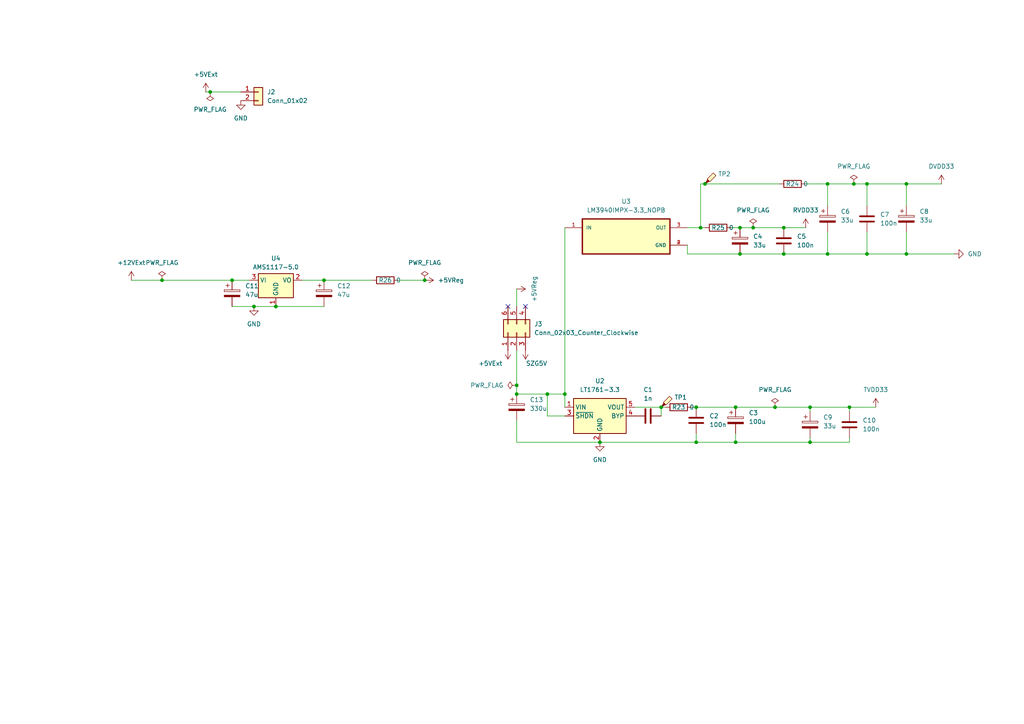
<source format=kicad_sch>
(kicad_sch (version 20231120) (generator "eeschema") (generator_version "8.0")
  (paper "A4")
  (lib_symbols
    (symbol "Connector:TestPoint_Probe" (pin_numbers hide) (pin_names (offset 0.762) hide)
      (property "Reference" "TP" (at 1.651 5.842 0))
      (property "Value" "TestPoint_Probe" (at 1.651 4.064 0))
      (symbol "TestPoint_Probe_0_1"
        (polyline (pts (xy 1.27 0.762) (xy 0 0) (xy 0.762 1.27) (xy 1.27 0.762)) (fill (type outline)))
        (polyline (pts (xy 1.397 0.635) (xy 0.635 1.397) (xy 2.413 3.175) (xy 3.175 2.413) (xy 1.397 0.635)) (fill (type background)))
      )
      (symbol "TestPoint_Probe_1_1"
        (pin passive line (at 0 0 90) (length 0) (name "1") (number "1"))
      )
    )
    (symbol "Connector_Generic:Conn_01x02" (pin_names (offset 1.016) hide)
      (property "Reference" "J" (at 0 2.54 0))
      (property "Value" "Conn_01x02" (at 0 -5.08 0))
      (symbol "Conn_01x02_1_1"
        (rectangle (start -1.27 -2.413) (end 0 -2.667) (stroke (width 0.1524)))
        (rectangle (start -1.27 0.127) (end 0 -0.127) (stroke (width 0.1524)))
        (rectangle (start -1.27 1.27) (end 1.27 -3.81) (stroke (width 0.254)) (fill (type background)))
        (pin passive line (at -5.08 0 0) (length 3.81) (name "Pin_1") (number "1"))
        (pin passive line (at -5.08 -2.54 0) (length 3.81) (name "Pin_2") (number "2"))
      )
    )
    (symbol "Connector_Generic:Conn_02x03_Counter_Clockwise" (pin_names (offset 1.016) hide)
      (property "Reference" "J" (at 1.27 5.08 0))
      (property "Value" "Conn_02x03_Counter_Clockwise" (at 1.27 -5.08 0))
      (symbol "Conn_02x03_Counter_Clockwise_1_1"
        (rectangle (start -1.27 -2.413) (end 0 -2.667) (stroke (width 0.1524)))
        (rectangle (start -1.27 0.127) (end 0 -0.127) (stroke (width 0.1524)))
        (rectangle (start -1.27 2.667) (end 0 2.413) (stroke (width 0.1524)))
        (rectangle (start -1.27 3.81) (end 3.81 -3.81) (stroke (width 0.254)) (fill (type background)))
        (rectangle (start 3.81 -2.413) (end 2.54 -2.667) (stroke (width 0.1524)))
        (rectangle (start 3.81 0.127) (end 2.54 -0.127) (stroke (width 0.1524)))
        (rectangle (start 3.81 2.667) (end 2.54 2.413) (stroke (width 0.1524)))
        (pin passive line (at -5.08 2.54 0) (length 3.81) (name "Pin_1") (number "1"))
        (pin passive line (at -5.08 0 0) (length 3.81) (name "Pin_2") (number "2"))
        (pin passive line (at -5.08 -2.54 0) (length 3.81) (name "Pin_3") (number "3"))
        (pin passive line (at 7.62 -2.54 180) (length 3.81) (name "Pin_4") (number "4"))
        (pin passive line (at 7.62 0 180) (length 3.81) (name "Pin_5") (number "5"))
        (pin passive line (at 7.62 2.54 180) (length 3.81) (name "Pin_6") (number "6"))
      )
    )
    (symbol "Device:C" (pin_numbers hide) (pin_names (offset 0.254))
      (property "Reference" "C" (at 0.635 2.54 0))
      (property "Value" "C" (at 0.635 -2.54 0))
      (symbol "C_0_1"
        (polyline (pts (xy -2.032 -0.762) (xy 2.032 -0.762)) (stroke (width 0.508)))
        (polyline (pts (xy -2.032 0.762) (xy 2.032 0.762)) (stroke (width 0.508)))
      )
      (symbol "C_1_1"
        (pin passive line (at 0 3.81 270) (length 2.794) (name "~") (number "1"))
        (pin passive line (at 0 -3.81 90) (length 2.794) (name "~") (number "2"))
      )
    )
    (symbol "Device:C_Polarized" (pin_numbers hide) (pin_names (offset 0.254))
      (property "Reference" "C" (at 0.635 2.54 0))
      (property "Value" "C_Polarized" (at 0.635 -2.54 0))
      (symbol "C_Polarized_0_1"
        (rectangle (start -2.286 0.508) (end 2.286 1.016))
        (polyline (pts (xy -1.778 2.286) (xy -0.762 2.286)))
        (polyline (pts (xy -1.27 2.794) (xy -1.27 1.778)))
        (rectangle (start 2.286 -0.508) (end -2.286 -1.016) (fill (type outline)))
      )
      (symbol "C_Polarized_1_1"
        (pin passive line (at 0 3.81 270) (length 2.794) (name "~") (number "1"))
        (pin passive line (at 0 -3.81 90) (length 2.794) (name "~") (number "2"))
      )
    )
    (symbol "Device:R" (pin_numbers hide) (pin_names (offset 0))
      (property "Reference" "R" (at 2.032 0 90))
      (property "Value" "R" (at 0 0 90))
      (symbol "R_0_1"
        (rectangle (start -1.016 -2.54) (end 1.016 2.54) (stroke (width 0.254)))
      )
      (symbol "R_1_1"
        (pin passive line (at 0 3.81 270) (length 1.27) (name "~") (number "1"))
        (pin passive line (at 0 -3.81 90) (length 1.27) (name "~") (number "2"))
      )
    )
    (symbol "LM3940IMPX-3.3_NOPB:LM3940IMPX-3.3_NOPB" (pin_names (offset 1.016))
      (property "Reference" "U3" (at 0 10.16 0))
      (property "Value" "LM3940IMPX-3.3_NOPB" (at 0 7.62 0))
      (symbol "LM3940IMPX-3.3_NOPB_0_0"
        (rectangle (start -12.7 -5.08) (end 12.7 5.08) (stroke (width 0.41)) (fill (type background)))
        (pin input line (at -17.78 2.54 0) (length 5.08) (name "IN") (number "1"))
        (pin power_in line (at 17.78 -2.54 180) (length 5.08) (name "GND") (number "2"))
        (pin power_out line (at 17.78 2.54 180) (length 5.08) (name "OUT") (number "3"))
        (pin power_in line (at 17.78 -2.54 180) (length 5.08) (name "GND") (number "4"))
      )
    )
    (symbol "Regulator_Linear:AMS1117-5.0"
      (property "Reference" "U" (at -3.81 3.175 0))
      (property "Value" "AMS1117-5.0" (at 0 3.175 0))
      (symbol "AMS1117-5.0_0_1"
        (rectangle (start -5.08 -5.08) (end 5.08 1.905) (stroke (width 0.254)) (fill (type background)))
      )
      (symbol "AMS1117-5.0_1_1"
        (pin power_in line (at 0 -7.62 90) (length 2.54) (name "GND") (number "1"))
        (pin power_out line (at 7.62 0 180) (length 2.54) (name "VO") (number "2"))
        (pin power_in line (at -7.62 0 0) (length 2.54) (name "VI") (number "3"))
      )
    )
    (symbol "Regulator_Linear:LT1761-3.3"
      (property "Reference" "U" (at -6.35 6.35 0))
      (property "Value" "LT1761-3.3" (at 0 6.35 0))
      (symbol "LT1761-3.3_0_1"
        (rectangle (start -7.62 5.08) (end 7.62 -5.08) (stroke (width 0.254)) (fill (type background)))
      )
      (symbol "LT1761-3.3_1_1"
        (pin power_in line (at -10.16 2.54 0) (length 2.54) (name "VIN") (number "1"))
        (pin power_in line (at 0 -7.62 90) (length 2.54) (name "GND") (number "2"))
        (pin input line (at -10.16 0 0) (length 2.54) (name "~{SHDN}") (number "3"))
        (pin passive line (at 10.16 0 180) (length 2.54) (name "BYP") (number "4"))
        (pin power_out line (at 10.16 2.54 180) (length 2.54) (name "VOUT") (number "5"))
      )
    )
    (symbol "power:+12V" (power) (pin_numbers hide) (pin_names (offset 0) hide)
      (property "Value" "+12V" (at 0 3.556 0))
      (symbol "+12V_0_1"
        (polyline (pts (xy -0.762 1.27) (xy 0 2.54)))
        (polyline (pts (xy 0 0) (xy 0 2.54)))
        (polyline (pts (xy 0 2.54) (xy 0.762 1.27)))
      )
      (symbol "+12V_1_1"
        (pin power_in line (at 0 0 90) (length 0) (name "~") (number "1"))
      )
    )
    (symbol "power:+5V" (power) (pin_numbers hide) (pin_names (offset 0) hide)
      (property "Value" "+5V" (at 0 3.556 0))
      (symbol "+5V_0_1"
        (polyline (pts (xy -0.762 1.27) (xy 0 2.54)))
        (polyline (pts (xy 0 0) (xy 0 2.54)))
        (polyline (pts (xy 0 2.54) (xy 0.762 1.27)))
      )
      (symbol "+5V_1_1"
        (pin power_in line (at 0 0 90) (length 0) (name "~") (number "1"))
      )
    )
    (symbol "power:GND" (power) (pin_numbers hide) (pin_names (offset 0) hide)
      (property "Value" "GND" (at 0 -3.81 0))
      (symbol "GND_0_1"
        (polyline (pts (xy 0 0) (xy 0 -1.27) (xy 1.27 -1.27) (xy 0 -2.54) (xy -1.27 -1.27) (xy 0 -1.27)))
      )
      (symbol "GND_1_1"
        (pin power_in line (at 0 0 270) (length 0) (name "~") (number "1"))
      )
    )
    (symbol "power:PWR_FLAG" (power) (pin_numbers hide) (pin_names (offset 0) hide)
      (property "Value" "PWR_FLAG" (at 0 3.81 0))
      (symbol "PWR_FLAG_0_0"
        (pin power_out line (at 0 0 90) (length 0) (name "~") (number "1"))
      )
      (symbol "PWR_FLAG_0_1"
        (polyline (pts (xy 0 0) (xy 0 1.27) (xy -1.016 1.905) (xy 0 2.54) (xy 1.016 1.905) (xy 0 1.27)))
      )
    )
    (symbol "power:VDD" (power) (pin_numbers hide) (pin_names (offset 0) hide)
      (property "Value" "VDD" (at 0 3.556 0))
      (symbol "VDD_0_1"
        (polyline (pts (xy -0.762 1.27) (xy 0 2.54)))
        (polyline (pts (xy 0 0) (xy 0 2.54)))
        (polyline (pts (xy 0 2.54) (xy 0.762 1.27)))
      )
      (symbol "VDD_1_1"
        (pin power_in line (at 0 0 90) (length 0) (name "~") (number "1"))
      )
    )
  )
  (junction (at 67.31 81.28))
  (junction (at 251.46 53.34))
  (junction (at 240.03 53.34))
  (junction (at 80.01 88.9))
  (junction (at 149.86 114.3))
  (junction (at 163.83 114.3))
  (junction (at 262.89 73.66))
  (junction (at 240.03 73.66))
  (junction (at 158.75 114.3))
  (junction (at 247.65 53.34))
  (junction (at 60.96 26.67))
  (junction (at 234.95 118.11))
  (junction (at 93.98 81.28))
  (junction (at 201.93 118.11))
  (junction (at 173.99 128.27))
  (junction (at 203.2 66.04))
  (junction (at 224.79 118.11))
  (junction (at 227.33 73.66))
  (junction (at 149.86 111.76))
  (junction (at 191.77 118.11))
  (junction (at 204.47 53.34))
  (junction (at 262.89 53.34))
  (junction (at 234.95 128.27))
  (junction (at 213.36 118.11))
  (junction (at 214.63 73.66))
  (junction (at 251.46 73.66))
  (junction (at 213.36 128.27))
  (junction (at 214.63 66.04))
  (junction (at 227.33 66.04))
  (junction (at 123.19 81.28))
  (junction (at 201.93 128.27))
  (junction (at 246.38 118.11))
  (junction (at 46.99 81.28))
  (junction (at 218.44 66.04))
  (junction (at 73.66 88.9))
  (no_connect (at 147.32 88.9))
  (no_connect (at 152.4 88.9))
  (wire (pts (xy 203.2 66.04) (xy 204.47 66.04)))
  (wire (pts (xy 247.65 53.34) (xy 251.46 53.34)))
  (wire (pts (xy 227.33 73.66) (xy 240.03 73.66)))
  (wire (pts (xy 163.83 118.11) (xy 163.83 114.3)))
  (wire (pts (xy 262.89 53.34) (xy 262.89 59.69)))
  (wire (pts (xy 158.75 120.65) (xy 158.75 114.3)))
  (wire (pts (xy 234.95 118.11) (xy 234.95 119.38)))
  (wire (pts (xy 200.66 118.11) (xy 201.93 118.11)))
  (wire (pts (xy 203.2 66.04) (xy 199.39 66.04)))
  (wire (pts (xy 173.99 128.27) (xy 201.93 128.27)))
  (wire (pts (xy 240.03 67.31) (xy 240.03 73.66)))
  (wire (pts (xy 262.89 53.34) (xy 273.05 53.34)))
  (wire (pts (xy 240.03 53.34) (xy 247.65 53.34)))
  (wire (pts (xy 87.63 81.28) (xy 93.98 81.28)))
  (wire (pts (xy 204.47 53.34) (xy 203.2 53.34)))
  (wire (pts (xy 38.1 81.28) (xy 46.99 81.28)))
  (wire (pts (xy 67.31 88.9) (xy 73.66 88.9)))
  (wire (pts (xy 240.03 53.34) (xy 240.03 59.69)))
  (wire (pts (xy 234.95 118.11) (xy 224.79 118.11)))
  (wire (pts (xy 234.95 118.11) (xy 246.38 118.11)))
  (wire (pts (xy 149.86 111.76) (xy 149.86 114.3)))
  (wire (pts (xy 60.96 26.67) (xy 69.85 26.67)))
  (wire (pts (xy 201.93 118.11) (xy 213.36 118.11)))
  (wire (pts (xy 214.63 73.66) (xy 227.33 73.66)))
  (wire (pts (xy 149.86 83.82) (xy 149.86 88.9)))
  (wire (pts (xy 251.46 73.66) (xy 262.89 73.66)))
  (wire (pts (xy 254 118.11) (xy 246.38 118.11)))
  (wire (pts (xy 246.38 118.11) (xy 246.38 119.38)))
  (wire (pts (xy 199.39 73.66) (xy 199.39 71.12)))
  (wire (pts (xy 163.83 66.04) (xy 163.83 114.3)))
  (wire (pts (xy 213.36 128.27) (xy 201.93 128.27)))
  (wire (pts (xy 149.86 121.92) (xy 149.86 128.27)))
  (wire (pts (xy 46.99 81.28) (xy 67.31 81.28)))
  (wire (pts (xy 234.95 128.27) (xy 246.38 128.27)))
  (wire (pts (xy 213.36 128.27) (xy 234.95 128.27)))
  (wire (pts (xy 73.66 88.9) (xy 80.01 88.9)))
  (wire (pts (xy 262.89 53.34) (xy 251.46 53.34)))
  (wire (pts (xy 240.03 53.34) (xy 233.68 53.34)))
  (wire (pts (xy 163.83 120.65) (xy 158.75 120.65)))
  (wire (pts (xy 251.46 53.34) (xy 251.46 59.69)))
  (wire (pts (xy 227.33 66.04) (xy 233.68 66.04)))
  (wire (pts (xy 158.75 114.3) (xy 163.83 114.3)))
  (wire (pts (xy 199.39 73.66) (xy 214.63 73.66)))
  (wire (pts (xy 214.63 66.04) (xy 218.44 66.04)))
  (wire (pts (xy 93.98 81.28) (xy 107.95 81.28)))
  (wire (pts (xy 246.38 128.27) (xy 246.38 127)))
  (wire (pts (xy 224.79 118.11) (xy 213.36 118.11)))
  (wire (pts (xy 251.46 67.31) (xy 251.46 73.66)))
  (wire (pts (xy 59.69 26.67) (xy 60.96 26.67)))
  (wire (pts (xy 191.77 118.11) (xy 193.04 118.11)))
  (wire (pts (xy 240.03 73.66) (xy 251.46 73.66)))
  (wire (pts (xy 234.95 128.27) (xy 234.95 127)))
  (wire (pts (xy 115.57 81.28) (xy 123.19 81.28)))
  (wire (pts (xy 149.86 101.6) (xy 149.86 111.76)))
  (wire (pts (xy 201.93 125.73) (xy 201.93 128.27)))
  (wire (pts (xy 218.44 66.04) (xy 227.33 66.04)))
  (wire (pts (xy 191.77 118.11) (xy 191.77 120.65)))
  (wire (pts (xy 149.86 114.3) (xy 158.75 114.3)))
  (wire (pts (xy 203.2 53.34) (xy 203.2 66.04)))
  (wire (pts (xy 262.89 73.66) (xy 276.86 73.66)))
  (wire (pts (xy 80.01 88.9) (xy 93.98 88.9)))
  (wire (pts (xy 149.86 128.27) (xy 173.99 128.27)))
  (wire (pts (xy 213.36 125.73) (xy 213.36 128.27)))
  (wire (pts (xy 67.31 81.28) (xy 72.39 81.28)))
  (wire (pts (xy 262.89 67.31) (xy 262.89 73.66)))
  (wire (pts (xy 226.06 53.34) (xy 204.47 53.34)))
  (wire (pts (xy 184.15 118.11) (xy 191.77 118.11)))
  (wire (pts (xy 212.09 66.04) (xy 214.63 66.04)))
  (symbol (lib_id "Device:R") (at 196.85 118.11 90) (unit 1)
    (property "Reference" "R23" (at 196.85 118.11 90))
    (property "Value" "0" (at 200.66 118.11 90))
    (property "Footprint" "Resistor_SMD:R_0603_1608Metric_Pad0.98x0.95mm_HandSolder" (effects (hide yes)))
    (property "Description" "Resistor" (effects (hide yes)))
  )
  (symbol (lib_id "Device:C_Polarized") (at 262.89 63.5 0) (unit 1)
    (property "Reference" "C8" (at 266.7 61.3409 0) (effects (justify left)))
    (property "Value" "33u" (at 266.7 63.8809 0) (effects (justify left)))
    (property "Footprint" "Capacitor_Tantalum_SMD:CP_EIA-2012-15_AVX-P_Pad1.30x1.05mm_HandSolder" (effects (hide yes)))
    (property "Description" "Polarized capacitor (tantal)" (effects (hide yes)))
  )
  (symbol (lib_id "power:PWR_FLAG") (at 218.44 66.04 0) (unit 1)
    (property "Reference" "#FLG011" (effects (hide yes)))
    (property "Value" "PWR_FLAG" (at 218.44 60.96 0))
    (property "Description" "Special symbol for telling ERC where power comes from" (effects (hide yes)))
  )
  (symbol (lib_id "Regulator_Linear:LT1761-3.3") (at 173.99 120.65 0) (unit 1)
    (property "Reference" "U2" (at 173.99 110.49 0))
    (property "Value" "LT1761-3.3" (at 173.99 113.03 0))
    (property "Footprint" "Package_TO_SOT_SMD:TSOT-23-5" (effects (hide yes)))
    (property "Datasheet" "https://www.analog.com/media/en/technical-documentation/data-sheets/1761sff.pdf" (effects (hide yes)))
    (property "Description" "MICROPOWER Low Noise 3.3V 100mA LDO regulator, TSOT-23-5" (effects (hide yes)))
  )
  (symbol (lib_id "Device:R") (at 208.28 66.04 90) (unit 1)
    (property "Reference" "R25" (at 208.28 66.04 90))
    (property "Value" "0" (at 212.09 66.04 90))
    (property "Footprint" "Resistor_SMD:R_0603_1608Metric_Pad0.98x0.95mm_HandSolder" (effects (hide yes)))
    (property "Description" "Resistor" (effects (hide yes)))
  )
  (symbol (lib_id "power:+5V") (at 152.4 101.6 180) (unit 1)
    (property "Reference" "#PWR096" (effects (hide yes)))
    (property "Value" "SZG5V" (at 158.75 105.41 0) (effects (justify left)))
  )
  (symbol (lib_id "Device:C_Polarized") (at 213.36 121.92 0) (unit 1)
    (property "Reference" "C3" (at 217.17 119.7609 0) (effects (justify left)))
    (property "Value" "100u" (at 217.17 122.3009 0) (effects (justify left)))
    (property "Footprint" "Capacitor_Tantalum_SMD:CP_EIA-2012-15_AVX-P_Pad1.30x1.05mm_HandSolder" (effects (hide yes)))
    (property "Datasheet" "https://datasheets.kyocera-avx.com/F95.pdf" (effects (hide yes)))
    (property "Description" "Polarized capacitor (tantal)" (effects (hide yes)))
  )
  (symbol (lib_id "power:VDD") (at 233.68 66.04 0) (unit 1)
    (property "Reference" "#PWR018" (effects (hide yes)))
    (property "Value" "RVDD33" (at 233.68 60.96 0))
    (property "Description" "Power symbol creates a global label with name \"VDD\"" (effects (hide yes)))
  )
  (symbol (lib_id "power:+12V") (at 38.1 81.28 0) (unit 1)
    (property "Reference" "#PWR021" (effects (hide yes)))
    (property "Value" "+12VExt" (at 38.1 76.2 0))
    (property "Description" "Power symbol creates a global label with name \"+12V\"" (effects (hide yes)))
  )
  (symbol (lib_id "power:GND") (at 69.85 29.21 0) (unit 1)
    (property "Reference" "#PWR013" (effects (hide yes)))
    (property "Value" "GND" (at 69.85 34.29 0))
    (property "Description" "Power symbol creates a global label with name \"GND\" , ground" (effects (hide yes)))
  )
  (symbol (lib_id "Device:C_Polarized") (at 240.03 63.5 0) (unit 1)
    (property "Reference" "C6" (at 243.84 61.3409 0) (effects (justify left)))
    (property "Value" "33u" (at 243.84 63.8809 0) (effects (justify left)))
    (property "Footprint" "Capacitor_Tantalum_SMD:CP_EIA-2012-15_AVX-P_Pad1.30x1.05mm_HandSolder" (effects (hide yes)))
    (property "Description" "Polarized capacitor (tantal)" (effects (hide yes)))
  )
  (symbol (lib_id "power:VDD") (at 273.05 53.34 0) (unit 1)
    (property "Reference" "#PWR010" (effects (hide yes)))
    (property "Value" "DVDD33" (at 273.05 48.26 0))
    (property "Description" "Power symbol creates a global label with name \"VDD\"" (effects (hide yes)))
  )
  (symbol (lib_id "LM3940IMPX-3.3_NOPB:LM3940IMPX-3.3_NOPB") (at 181.61 68.58 0) (unit 1)
    (property "Reference" "U3" (at 181.61 58.42 0))
    (property "Value" "LM3940IMPX-3.3_NOPB" (at 181.61 60.96 0))
    (property "Footprint" "LM3940IMPX-3.3_NOPB:SOT230P700X180-4N" (effects (hide yes)))
    (property "MF" "Texas Instruments" (effects (hide yes)))
    (property "Description_1" "\n                        \n                            1-A, low-dropout voltage regulator for 5-V to 3.3-V conversion\n                        \n" (effects (hide yes)))
    (property "Package" "SOT-223-4 Texas Instruments" (effects (hide yes)))
    (property "Price" "None" (effects (hide yes)))
    (property "SnapEDA_Link" "https://www.snapeda.com/parts/LM3940IMPX-3.3/NOPB/Texas+Instruments/view-part/?ref=snap" (effects (hide yes)))
    (property "MP" "LM3940IMPX-3.3/NOPB" (effects (hide yes)))
    (property "Availability" "In Stock" (effects (hide yes)))
    (property "Check_prices" "https://www.snapeda.com/parts/LM3940IMPX-3.3/NOPB/Texas+Instruments/view-part/?ref=eda" (effects (hide yes)))
  )
  (symbol (lib_id "Device:C") (at 201.93 121.92 0) (unit 1)
    (property "Reference" "C2" (at 205.74 120.6499 0) (effects (justify left)))
    (property "Value" "100n" (at 205.74 123.1899 0) (effects (justify left)))
    (property "Footprint" "Capacitor_SMD:C_0603_1608Metric_Pad1.08x0.95mm_HandSolder" (effects (hide yes)))
    (property "Description" "Unpolarized capacitor" (effects (hide yes)))
  )
  (symbol (lib_id "Device:C_Polarized") (at 67.31 85.09 0) (unit 1)
    (property "Reference" "C11" (at 71.12 82.9309 0) (effects (justify left)))
    (property "Value" "47u" (at 71.12 85.4709 0) (effects (justify left)))
    (property "Footprint" "Capacitor_THT:CP_Radial_D5.0mm_P2.50mm" (effects (hide yes)))
    (property "Datasheet" "https://www.digikey.de/en/products/detail/panasonic-electronic-components/EEE-1EA470WP/766075?msockid=03fa3d7fee3a6a0914c42928ef246b3d" (effects (hide yes)))
    (property "Description" "Polarized capacitor" (effects (hide yes)))
  )
  (symbol (lib_id "Device:R") (at 111.76 81.28 90) (unit 1)
    (property "Reference" "R26" (at 111.76 81.28 90))
    (property "Value" "0" (at 115.57 81.28 90))
    (property "Footprint" "Resistor_SMD:R_0603_1608Metric_Pad0.98x0.95mm_HandSolder" (effects (hide yes)))
    (property "Description" "Resistor" (effects (hide yes)))
  )
  (symbol (lib_id "power:PWR_FLAG") (at 247.65 53.34 0) (unit 1)
    (property "Reference" "#FLG010" (effects (hide yes)))
    (property "Value" "PWR_FLAG" (at 247.65 48.26 0))
    (property "Description" "Special symbol for telling ERC where power comes from" (effects (hide yes)))
  )
  (symbol (lib_id "power:VDD") (at 254 118.11 0) (unit 1)
    (property "Reference" "#PWR09" (effects (hide yes)))
    (property "Value" "TVDD33" (at 254 113.03 0))
    (property "Description" "Power symbol creates a global label with name \"VDD\"" (effects (hide yes)))
  )
  (symbol (lib_id "Device:C_Polarized") (at 93.98 85.09 0) (unit 1)
    (property "Reference" "C12" (at 97.79 82.9309 0) (effects (justify left)))
    (property "Value" "47u" (at 97.79 85.4709 0) (effects (justify left)))
    (property "Footprint" "Capacitor_THT:CP_Radial_D5.0mm_P2.50mm" (effects (hide yes)))
    (property "Datasheet" "https://www.digikey.de/en/products/detail/panasonic-electronic-components/EEE-1EA470WP/766075?msockid=03fa3d7fee3a6a0914c42928ef246b3d" (effects (hide yes)))
    (property "Description" "Polarized capacitor" (effects (hide yes)))
  )
  (symbol (lib_id "Connector:TestPoint_Probe") (at 204.47 53.34 0) (unit 1)
    (property "Reference" "TP2" (at 208.28 50.4824 0) (effects (justify left)))
    (property "Value" "TestPoint_Probe" (effects (hide yes)))
    (property "Footprint" "Connector_PinHeader_2.54mm:PinHeader_1x01_P2.54mm_Vertical" (effects (hide yes)))
    (property "Description" "test point (alternative probe-style design)" (effects (hide yes)))
  )
  (symbol (lib_id "Device:R") (at 229.87 53.34 90) (unit 1)
    (property "Reference" "R24" (at 229.87 53.34 90))
    (property "Value" "0" (at 233.68 53.34 90))
    (property "Footprint" "Resistor_SMD:R_0603_1608Metric_Pad0.98x0.95mm_HandSolder" (effects (hide yes)))
    (property "Description" "Resistor" (effects (hide yes)))
  )
  (symbol (lib_id "power:PWR_FLAG") (at 149.86 111.76 90) (unit 1)
    (property "Reference" "#FLG03" (effects (hide yes)))
    (property "Value" "PWR_FLAG" (at 146.05 111.7599 90) (effects (justify left)))
    (property "Description" "Special symbol for telling ERC where power comes from" (effects (hide yes)))
  )
  (symbol (lib_id "power:GND") (at 73.66 88.9 0) (unit 1)
    (property "Reference" "#PWR020" (effects (hide yes)))
    (property "Value" "GND" (at 73.66 93.98 0))
    (property "Description" "Power symbol creates a global label with name \"GND\" , ground" (effects (hide yes)))
  )
  (symbol (lib_id "Device:C_Polarized") (at 234.95 123.19 0) (unit 1)
    (property "Reference" "C9" (at 238.76 121.0309 0) (effects (justify left)))
    (property "Value" "33u" (at 238.76 123.5709 0) (effects (justify left)))
    (property "Footprint" "Capacitor_Tantalum_SMD:CP_EIA-2012-15_AVX-P_Pad1.30x1.05mm_HandSolder" (effects (hide yes)))
    (property "Datasheet" "https://datasheets.kyocera-avx.com/F95.pdf" (effects (hide yes)))
    (property "Description" "Polarized capacitor (tantal)" (effects (hide yes)))
  )
  (symbol (lib_id "power:PWR_FLAG") (at 224.79 118.11 0) (unit 1)
    (property "Reference" "#FLG09" (effects (hide yes)))
    (property "Value" "PWR_FLAG" (at 224.79 113.03 0))
    (property "Description" "Special symbol for telling ERC where power comes from" (effects (hide yes)))
  )
  (symbol (lib_id "Connector:TestPoint_Probe") (at 191.77 118.11 0) (unit 1)
    (property "Reference" "TP1" (at 195.58 115.2524 0) (effects (justify left)))
    (property "Value" "TestPoint_Probe" (effects (hide yes)))
    (property "Footprint" "Connector_PinHeader_2.54mm:PinHeader_1x01_P2.54mm_Vertical" (effects (hide yes)))
    (property "Description" "test point (alternative probe-style design)" (effects (hide yes)))
  )
  (symbol (lib_id "power:+5V") (at 59.69 26.67 0) (unit 1)
    (property "Reference" "#PWR012" (effects (hide yes)))
    (property "Value" "+5VExt" (at 59.69 21.59 0))
    (property "Description" "Power symbol creates a global label with name \"+5V\"" (effects (hide yes)))
  )
  (symbol (lib_id "power:+5V") (at 123.19 81.28 270) (unit 1)
    (property "Reference" "#PWR019" (effects (hide yes)))
    (property "Value" "+5VReg" (at 127 81.2799 90) (effects (justify left)))
    (property "Description" "Power symbol creates a global label with name \"+5V\"" (effects (hide yes)))
  )
  (symbol (lib_id "Device:C_Polarized") (at 149.86 118.11 0) (unit 1)
    (property "Reference" "C13" (at 153.67 115.9509 0) (effects (justify left)))
    (property "Value" "330u" (at 153.67 118.4909 0) (effects (justify left)))
    (property "Footprint" "Capacitor_THT:CP_Radial_D8.0mm_P5.00mm" (effects (hide yes)))
    (property "Description" "Polarized capacitor electrolytic" (effects (hide yes)))
  )
  (symbol (lib_id "Device:C") (at 187.96 120.65 90) (unit 1)
    (property "Reference" "C1" (at 187.96 113.03 90))
    (property "Value" "1n" (at 187.96 115.57 90))
    (property "Footprint" "Capacitor_SMD:C_0603_1608Metric_Pad1.08x0.95mm_HandSolder" (effects (hide yes)))
    (property "Description" "Unpolarized capacitor" (effects (hide yes)))
  )
  (symbol (lib_id "power:PWR_FLAG") (at 60.96 26.67 180) (unit 1)
    (property "Reference" "#FLG04" (effects (hide yes)))
    (property "Value" "PWR_FLAG" (at 60.96 31.75 0))
    (property "Description" "Special symbol for telling ERC where power comes from" (effects (hide yes)))
  )
  (symbol (lib_id "Device:C_Polarized") (at 214.63 69.85 0) (unit 1)
    (property "Reference" "C4" (at 218.44 68.58 0) (effects (justify left)))
    (property "Value" "33u" (at 218.44 71.12 0) (effects (justify left)))
    (property "Footprint" "Capacitor_Tantalum_SMD:CP_EIA-2012-15_AVX-P_Pad1.30x1.05mm_HandSolder" (effects (hide yes)))
    (property "Description" "Polarized capacitor (tantal)" (effects (hide yes)))
  )
  (symbol (lib_id "Connector_Generic:Conn_01x02") (at 74.93 26.67 0) (unit 1)
    (property "Reference" "J2" (at 77.47 26.6699 0) (effects (justify left)))
    (property "Value" "Conn_01x02" (at 77.47 29.2099 0) (effects (justify left)))
    (property "Footprint" "Connector_PinHeader_2.54mm:PinHeader_1x02_P2.54mm_Vertical" (effects (hide yes)))
    (property "Description" "Generic connector, single row, 01x02, script generated (kicad-library-utils/schlib/autogen/connector/)" (effects (hide yes)))
  )
  (symbol (lib_id "Device:C") (at 251.46 63.5 0) (unit 1)
    (property "Reference" "C7" (at 255.27 62.2299 0) (effects (justify left)))
    (property "Value" "100n" (at 255.27 64.7699 0) (effects (justify left)))
    (property "Footprint" "Capacitor_SMD:C_0603_1608Metric_Pad1.08x0.95mm_HandSolder" (effects (hide yes)))
    (property "Description" "Unpolarized capacitor" (effects (hide yes)))
  )
  (symbol (lib_id "power:PWR_FLAG") (at 46.99 81.28 0) (unit 1)
    (property "Reference" "#FLG01" (effects (hide yes)))
    (property "Value" "PWR_FLAG" (at 46.99 76.2 0))
    (property "Description" "Special symbol for telling ERC where power comes from" (effects (hide yes)))
  )
  (symbol (lib_id "Device:C") (at 227.33 69.85 0) (unit 1)
    (property "Reference" "C5" (at 231.14 68.5799 0) (effects (justify left)))
    (property "Value" "100n" (at 231.14 71.1199 0) (effects (justify left)))
    (property "Footprint" "Capacitor_SMD:C_0603_1608Metric_Pad1.08x0.95mm_HandSolder" (effects (hide yes)))
    (property "Description" "Unpolarized capacitor" (effects (hide yes)))
  )
  (symbol (lib_id "power:PWR_FLAG") (at 123.19 81.28 0) (unit 1)
    (property "Reference" "#FLG08" (effects (hide yes)))
    (property "Value" "PWR_FLAG" (at 123.19 76.2 0))
    (property "Description" "Special symbol for telling ERC where power comes from" (effects (hide yes)))
  )
  (symbol (lib_id "power:+5V") (at 149.86 83.82 270) (unit 1)
    (property "Reference" "#PWR015" (effects (hide yes)))
    (property "Value" "+5VReg" (at 154.94 83.82 0))
    (property "Description" "Power symbol creates a global label with name \"+5V\"" (effects (hide yes)))
  )
  (symbol (lib_id "power:+5V") (at 147.32 101.6 180) (unit 1)
    (property "Reference" "#PWR014" (effects (hide yes)))
    (property "Value" "+5VExt" (at 142.24 105.41 0))
    (property "Description" "Power symbol creates a global label with name \"+5V\"" (effects (hide yes)))
  )
  (symbol (lib_id "power:GND") (at 276.86 73.66 90) (unit 1)
    (property "Reference" "#PWR017" (effects (hide yes)))
    (property "Value" "GND" (at 280.67 73.6599 90) (effects (justify right)))
    (property "Description" "Power symbol creates a global label with name \"GND\" , ground" (effects (hide yes)))
  )
  (symbol (lib_id "power:GND") (at 173.99 128.27 0) (unit 1)
    (property "Reference" "#PWR016" (effects (hide yes)))
    (property "Value" "GND" (at 173.99 133.35 0))
    (property "Description" "Power symbol creates a global label with name \"GND\" , ground" (effects (hide yes)))
  )
  (symbol (lib_id "Regulator_Linear:AMS1117-5.0") (at 80.01 81.28 0) (unit 1)
    (property "Reference" "U4" (at 80.01 74.93 0))
    (property "Value" "AMS1117-5.0" (at 80.01 77.47 0))
    (property "Footprint" "Package_TO_SOT_SMD:SOT-223-3_TabPin2" (effects (hide yes)))
    (property "Datasheet" "http://www.advanced-monolithic.com/pdf/ds1117.pdf" (effects (hide yes)))
    (property "Description" "1A Low Dropout regulator, positive, 5.0V fixed output, SOT-223" (effects (hide yes)))
  )
  (symbol (lib_id "Device:C") (at 246.38 123.19 0) (unit 1)
    (property "Reference" "C10" (at 250.19 121.9199 0) (effects (justify left)))
    (property "Value" "100n" (at 250.19 124.4599 0) (effects (justify left)))
    (property "Footprint" "Capacitor_SMD:C_0603_1608Metric_Pad1.08x0.95mm_HandSolder" (effects (hide yes)))
    (property "Description" "Unpolarized capacitor" (effects (hide yes)))
  )
  (symbol (lib_id "Connector_Generic:Conn_02x03_Counter_Clockwise") (at 149.86 96.52 90) (unit 1)
    (property "Reference" "J3" (at 154.94 93.9799 90) (effects (justify right)))
    (property "Value" "Conn_02x03_Counter_Clockwise" (at 154.94 96.5199 90) (effects (justify right)))
    (property "Footprint" "Connector_PinHeader_2.54mm:PinHeader_2x03_P2.54mm_Vertical" (effects (hide yes)))
    (property "Description" "Generic connector, double row, 02x03, counter clockwise pin numbering scheme (similar to DIP package numbering), script generated (kicad-library-utils/schlib/autogen/connector/)" (effects (hide yes)))
  )
)
</source>
